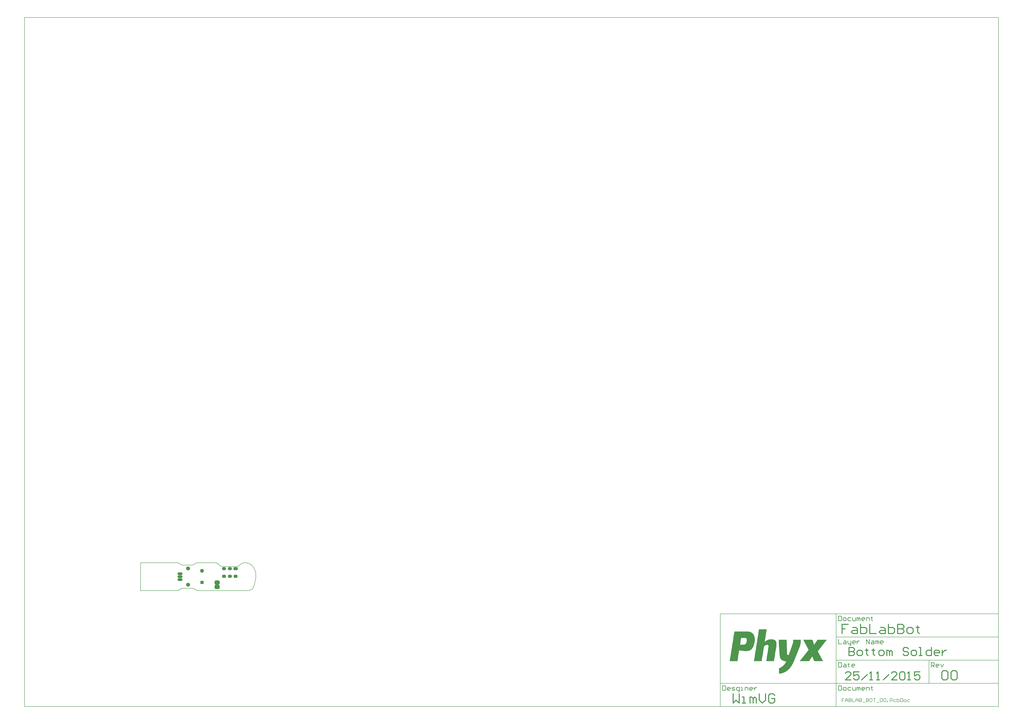
<source format=gbs>
G04 Layer_Color=16711935*
%FSLAX25Y25*%
%MOIN*%
G70*
G01*
G75*
%ADD12C,0.01575*%
%ADD13C,0.00787*%
%ADD14C,0.00984*%
%ADD26C,0.06706*%
G04:AMPARAMS|DCode=27|XSize=57.21mil|YSize=57.21mil|CornerRadius=16.3mil|HoleSize=0mil|Usage=FLASHONLY|Rotation=90.000|XOffset=0mil|YOffset=0mil|HoleType=Round|Shape=RoundedRectangle|*
%AMROUNDEDRECTD27*
21,1,0.05721,0.02461,0,0,90.0*
21,1,0.02461,0.05721,0,0,90.0*
1,1,0.03261,0.01230,0.01230*
1,1,0.03261,0.01230,-0.01230*
1,1,0.03261,-0.01230,-0.01230*
1,1,0.03261,-0.01230,0.01230*
%
%ADD27ROUNDEDRECTD27*%
%ADD28R,0.05721X0.05721*%
%ADD29O,0.08674X0.04737*%
%ADD30O,0.08674X0.04737*%
G04:AMPARAMS|DCode=31|XSize=86.74mil|YSize=70.99mil|CornerRadius=19.75mil|HoleSize=0mil|Usage=FLASHONLY|Rotation=180.000|XOffset=0mil|YOffset=0mil|HoleType=Round|Shape=RoundedRectangle|*
%AMROUNDEDRECTD31*
21,1,0.08674,0.03150,0,0,180.0*
21,1,0.04724,0.07099,0,0,180.0*
1,1,0.03950,-0.02362,0.01575*
1,1,0.03950,0.02362,0.01575*
1,1,0.03950,0.02362,-0.01575*
1,1,0.03950,-0.02362,-0.01575*
%
%ADD31ROUNDEDRECTD31*%
%ADD32O,0.07099X0.05524*%
G04:AMPARAMS|DCode=33|XSize=70.99mil|YSize=55.24mil|CornerRadius=15.81mil|HoleSize=0mil|Usage=FLASHONLY|Rotation=180.000|XOffset=0mil|YOffset=0mil|HoleType=Round|Shape=RoundedRectangle|*
%AMROUNDEDRECTD33*
21,1,0.07099,0.02362,0,0,180.0*
21,1,0.03937,0.05524,0,0,180.0*
1,1,0.03162,-0.01969,0.01181*
1,1,0.03162,0.01969,0.01181*
1,1,0.03162,0.01969,-0.01181*
1,1,0.03162,-0.01969,-0.01181*
%
%ADD33ROUNDEDRECTD33*%
G36*
X1121080Y-83717D02*
Y-84003D01*
Y-84290D01*
Y-84576D01*
Y-84862D01*
Y-85149D01*
Y-85435D01*
Y-85721D01*
Y-86007D01*
Y-86294D01*
Y-86580D01*
Y-86866D01*
Y-87153D01*
Y-87439D01*
Y-87725D01*
Y-88012D01*
Y-88298D01*
Y-88584D01*
Y-88871D01*
Y-89157D01*
Y-89443D01*
X1120793D01*
Y-89730D01*
Y-90016D01*
Y-90302D01*
Y-90588D01*
Y-90875D01*
X1120507D01*
Y-91161D01*
Y-91448D01*
Y-91734D01*
Y-92020D01*
X1120221D01*
Y-92306D01*
Y-92593D01*
Y-92879D01*
Y-93165D01*
X1119934D01*
Y-93452D01*
Y-93738D01*
Y-94024D01*
X1119648D01*
Y-94311D01*
Y-94597D01*
Y-94883D01*
X1119362D01*
Y-95170D01*
Y-95456D01*
Y-95742D01*
X1119075D01*
Y-96029D01*
Y-96315D01*
Y-96601D01*
X1118789D01*
Y-96887D01*
Y-97174D01*
X1118503D01*
Y-97460D01*
Y-97746D01*
X1118217D01*
Y-98033D01*
Y-98319D01*
Y-98605D01*
X1117930D01*
Y-98892D01*
Y-99178D01*
X1117644D01*
Y-99464D01*
Y-99751D01*
Y-100037D01*
X1117358D01*
Y-100323D01*
Y-100610D01*
X1117071D01*
Y-100896D01*
Y-101182D01*
Y-101468D01*
X1116785D01*
Y-101755D01*
Y-102041D01*
X1116499D01*
Y-102327D01*
Y-102614D01*
Y-102900D01*
X1116212D01*
Y-103186D01*
Y-103473D01*
X1115926D01*
Y-103759D01*
Y-104045D01*
Y-104332D01*
X1115640D01*
Y-104618D01*
Y-104904D01*
X1115353D01*
Y-105191D01*
Y-105477D01*
Y-105763D01*
X1115067D01*
Y-106049D01*
Y-106336D01*
X1114781D01*
Y-106622D01*
Y-106908D01*
Y-107195D01*
X1114494D01*
Y-107481D01*
Y-107767D01*
X1114208D01*
Y-108054D01*
Y-108340D01*
Y-108626D01*
X1113922D01*
Y-108913D01*
Y-109199D01*
X1113636D01*
Y-109485D01*
Y-109772D01*
Y-110058D01*
X1113349D01*
Y-110344D01*
Y-110630D01*
X1113063D01*
Y-110917D01*
Y-111203D01*
Y-111489D01*
X1112776D01*
Y-111776D01*
Y-112062D01*
X1112490D01*
Y-112348D01*
Y-112635D01*
Y-112921D01*
X1112204D01*
Y-113207D01*
Y-113494D01*
X1111918D01*
Y-113780D01*
Y-114066D01*
Y-114353D01*
X1111631D01*
Y-114639D01*
Y-114925D01*
X1111345D01*
Y-115211D01*
Y-115498D01*
Y-115784D01*
X1111059D01*
Y-116070D01*
Y-116357D01*
X1110772D01*
Y-116643D01*
Y-116929D01*
Y-117216D01*
X1110486D01*
Y-117502D01*
Y-117788D01*
X1110200D01*
Y-118075D01*
Y-118361D01*
Y-118647D01*
X1109913D01*
Y-118933D01*
Y-119220D01*
X1109627D01*
Y-119506D01*
Y-119792D01*
Y-120079D01*
X1109341D01*
Y-120365D01*
Y-120651D01*
X1109054D01*
Y-120938D01*
Y-121224D01*
X1108768D01*
Y-121510D01*
Y-121797D01*
X1108482D01*
Y-122083D01*
Y-122369D01*
Y-122656D01*
X1108195D01*
Y-122942D01*
X1107909D01*
Y-123228D01*
Y-123514D01*
Y-123801D01*
X1107623D01*
Y-124087D01*
X1107337D01*
Y-124373D01*
Y-124660D01*
X1107050D01*
Y-124946D01*
Y-125232D01*
X1106764D01*
Y-125519D01*
Y-125805D01*
X1106478D01*
Y-126091D01*
Y-126378D01*
X1106191D01*
Y-126664D01*
X1105905D01*
Y-126950D01*
Y-127237D01*
X1105619D01*
Y-127523D01*
Y-127809D01*
X1105332D01*
Y-128095D01*
X1105046D01*
Y-128382D01*
X1104760D01*
Y-128668D01*
Y-128954D01*
X1104473D01*
Y-129241D01*
X1104187D01*
Y-129527D01*
Y-129813D01*
X1103901D01*
Y-130100D01*
X1103615D01*
Y-130386D01*
X1103328D01*
Y-130672D01*
Y-130959D01*
X1103042D01*
Y-131245D01*
X1102756D01*
Y-131531D01*
X1102469D01*
Y-131818D01*
X1102183D01*
Y-132104D01*
X1101897D01*
Y-132390D01*
Y-132676D01*
X1101610D01*
Y-132963D01*
X1101324D01*
Y-133249D01*
X1101038D01*
Y-133535D01*
X1100751D01*
Y-133822D01*
X1100465D01*
Y-134108D01*
X1100179D01*
Y-134394D01*
X1099892D01*
Y-134681D01*
X1099320D01*
Y-134967D01*
X1099034D01*
Y-135253D01*
X1098747D01*
Y-135540D01*
X1098461D01*
Y-135826D01*
X1098175D01*
Y-136112D01*
X1097602D01*
Y-136399D01*
X1097316D01*
Y-136685D01*
X1096743D01*
Y-136971D01*
X1096457D01*
Y-137258D01*
X1095884D01*
Y-137544D01*
X1095598D01*
Y-137830D01*
X1095025D01*
Y-138117D01*
X1094452D01*
Y-138403D01*
X1093880D01*
Y-138689D01*
X1093307D01*
Y-138975D01*
X1092735D01*
Y-139262D01*
X1091876D01*
Y-139548D01*
X1091303D01*
Y-139834D01*
X1090444D01*
Y-140121D01*
X1089299D01*
Y-140407D01*
X1088154D01*
Y-140693D01*
X1086436D01*
Y-140980D01*
X1084432D01*
Y-141266D01*
X1084145D01*
Y-140980D01*
Y-140693D01*
Y-140407D01*
Y-140121D01*
Y-139834D01*
Y-139548D01*
Y-139262D01*
Y-138975D01*
Y-138689D01*
Y-138403D01*
Y-138117D01*
Y-137830D01*
Y-137544D01*
Y-137258D01*
Y-136971D01*
Y-136685D01*
Y-136399D01*
Y-136112D01*
Y-135826D01*
Y-135540D01*
Y-135253D01*
Y-134967D01*
Y-134681D01*
Y-134394D01*
Y-134108D01*
Y-133822D01*
Y-133535D01*
Y-133249D01*
Y-132963D01*
Y-132676D01*
Y-132390D01*
Y-132104D01*
Y-131818D01*
X1084718D01*
Y-131531D01*
X1085291D01*
Y-131245D01*
X1085863D01*
Y-130959D01*
X1086436D01*
Y-130672D01*
X1087008D01*
Y-130386D01*
X1087581D01*
Y-130100D01*
X1087867D01*
Y-129813D01*
X1088440D01*
Y-129527D01*
X1088726D01*
Y-129241D01*
X1089299D01*
Y-128954D01*
X1089585D01*
Y-128668D01*
X1089872D01*
Y-128382D01*
X1090444D01*
Y-128095D01*
X1090730D01*
Y-127809D01*
X1091017D01*
Y-127523D01*
X1091303D01*
Y-127237D01*
X1091589D01*
Y-126950D01*
X1091876D01*
Y-126664D01*
X1092162D01*
Y-126378D01*
X1092448D01*
Y-126091D01*
X1092735D01*
Y-125805D01*
X1093021D01*
Y-125519D01*
X1093307D01*
Y-125232D01*
X1093594D01*
Y-124946D01*
Y-124660D01*
X1093880D01*
Y-124373D01*
X1094166D01*
Y-124087D01*
X1094452D01*
Y-123801D01*
Y-123514D01*
X1094739D01*
Y-123228D01*
X1095025D01*
Y-122942D01*
Y-122656D01*
X1095311D01*
Y-122369D01*
Y-122083D01*
X1095598D01*
Y-121797D01*
X1095884D01*
Y-121510D01*
Y-121224D01*
X1096170D01*
Y-120938D01*
Y-120651D01*
X1096457D01*
Y-120365D01*
Y-120079D01*
X1094739D01*
Y-119792D01*
X1092735D01*
Y-119506D01*
X1091589D01*
Y-119220D01*
X1091017D01*
Y-118933D01*
X1090158D01*
Y-118647D01*
X1089585D01*
Y-118361D01*
X1089299D01*
Y-118075D01*
X1088726D01*
Y-117788D01*
X1088440D01*
Y-117502D01*
X1088154D01*
Y-117216D01*
X1087867D01*
Y-116929D01*
X1087581D01*
Y-116643D01*
X1087295D01*
Y-116357D01*
Y-116070D01*
X1087008D01*
Y-115784D01*
X1086722D01*
Y-115498D01*
Y-115211D01*
X1086436D01*
Y-114925D01*
Y-114639D01*
X1086149D01*
Y-114353D01*
Y-114066D01*
X1085863D01*
Y-113780D01*
Y-113494D01*
Y-113207D01*
X1085577D01*
Y-112921D01*
Y-112635D01*
Y-112348D01*
Y-112062D01*
X1085291D01*
Y-111776D01*
Y-111489D01*
Y-111203D01*
Y-110917D01*
Y-110630D01*
Y-110344D01*
Y-110058D01*
X1085004D01*
Y-109772D01*
Y-109485D01*
Y-109199D01*
Y-108913D01*
Y-108626D01*
Y-108340D01*
Y-108054D01*
Y-107767D01*
Y-107481D01*
Y-107195D01*
Y-106908D01*
Y-106622D01*
Y-106336D01*
Y-106049D01*
Y-105763D01*
X1084718D01*
Y-105477D01*
Y-105191D01*
Y-104904D01*
Y-104618D01*
Y-104332D01*
Y-104045D01*
Y-103759D01*
Y-103473D01*
Y-103186D01*
Y-102900D01*
Y-102614D01*
Y-102327D01*
Y-102041D01*
Y-101755D01*
Y-101468D01*
X1084432D01*
Y-101182D01*
Y-100896D01*
Y-100610D01*
Y-100323D01*
Y-100037D01*
Y-99751D01*
Y-99464D01*
Y-99178D01*
Y-98892D01*
Y-98605D01*
Y-98319D01*
Y-98033D01*
Y-97746D01*
Y-97460D01*
Y-97174D01*
Y-96887D01*
X1084145D01*
Y-96601D01*
Y-96315D01*
Y-96029D01*
Y-95742D01*
Y-95456D01*
Y-95170D01*
Y-94883D01*
Y-94597D01*
Y-94311D01*
Y-94024D01*
Y-93738D01*
Y-93452D01*
Y-93165D01*
Y-92879D01*
Y-92593D01*
Y-92306D01*
X1083859D01*
Y-92020D01*
Y-91734D01*
Y-91448D01*
Y-91161D01*
Y-90875D01*
Y-90588D01*
Y-90302D01*
Y-90016D01*
Y-89730D01*
Y-89443D01*
Y-89157D01*
Y-88871D01*
Y-88584D01*
Y-88298D01*
X1083573D01*
Y-88012D01*
Y-87725D01*
Y-87439D01*
Y-87153D01*
Y-86866D01*
Y-86580D01*
Y-86294D01*
Y-86007D01*
Y-85721D01*
Y-85435D01*
Y-85149D01*
Y-84862D01*
Y-84576D01*
Y-84290D01*
Y-84003D01*
Y-83717D01*
X1083286D01*
Y-83431D01*
X1097029D01*
Y-83717D01*
Y-84003D01*
Y-84290D01*
Y-84576D01*
Y-84862D01*
Y-85149D01*
Y-85435D01*
Y-85721D01*
Y-86007D01*
Y-86294D01*
Y-86580D01*
Y-86866D01*
Y-87153D01*
Y-87439D01*
X1097316D01*
Y-87725D01*
Y-88012D01*
Y-88298D01*
Y-88584D01*
Y-88871D01*
Y-89157D01*
Y-89443D01*
Y-89730D01*
Y-90016D01*
Y-90302D01*
Y-90588D01*
Y-90875D01*
Y-91161D01*
Y-91448D01*
Y-91734D01*
Y-92020D01*
Y-92306D01*
Y-92593D01*
Y-92879D01*
Y-93165D01*
Y-93452D01*
Y-93738D01*
Y-94024D01*
Y-94311D01*
Y-94597D01*
Y-94883D01*
Y-95170D01*
Y-95456D01*
Y-95742D01*
Y-96029D01*
Y-96315D01*
Y-96601D01*
Y-96887D01*
Y-97174D01*
Y-97460D01*
Y-97746D01*
Y-98033D01*
Y-98319D01*
Y-98605D01*
Y-98892D01*
Y-99178D01*
X1097602D01*
Y-99464D01*
X1097316D01*
Y-99751D01*
Y-100037D01*
X1097602D01*
Y-100323D01*
Y-100610D01*
Y-100896D01*
Y-101182D01*
Y-101468D01*
Y-101755D01*
Y-102041D01*
Y-102327D01*
Y-102614D01*
Y-102900D01*
Y-103186D01*
Y-103473D01*
Y-103759D01*
Y-104045D01*
Y-104332D01*
Y-104618D01*
Y-104904D01*
Y-105191D01*
Y-105477D01*
Y-105763D01*
Y-106049D01*
Y-106336D01*
Y-106622D01*
Y-106908D01*
Y-107195D01*
Y-107481D01*
X1097888D01*
Y-107767D01*
Y-108054D01*
Y-108340D01*
X1098175D01*
Y-108626D01*
X1098461D01*
Y-108913D01*
X1098747D01*
Y-109199D01*
X1099606D01*
Y-109485D01*
X1100465D01*
Y-109199D01*
X1100751D01*
Y-108913D01*
Y-108626D01*
Y-108340D01*
X1101038D01*
Y-108054D01*
Y-107767D01*
X1101324D01*
Y-107481D01*
Y-107195D01*
Y-106908D01*
X1101610D01*
Y-106622D01*
Y-106336D01*
Y-106049D01*
X1101897D01*
Y-105763D01*
Y-105477D01*
Y-105191D01*
X1102183D01*
Y-104904D01*
Y-104618D01*
Y-104332D01*
X1102469D01*
Y-104045D01*
Y-103759D01*
X1102756D01*
Y-103473D01*
Y-103186D01*
Y-102900D01*
X1103042D01*
Y-102614D01*
Y-102327D01*
Y-102041D01*
X1103328D01*
Y-101755D01*
Y-101468D01*
Y-101182D01*
X1103615D01*
Y-100896D01*
Y-100610D01*
X1103901D01*
Y-100323D01*
Y-100037D01*
Y-99751D01*
X1104187D01*
Y-99464D01*
Y-99178D01*
Y-98892D01*
X1104473D01*
Y-98605D01*
Y-98319D01*
Y-98033D01*
X1104760D01*
Y-97746D01*
Y-97460D01*
X1105046D01*
Y-97174D01*
Y-96887D01*
Y-96601D01*
X1105332D01*
Y-96315D01*
Y-96029D01*
Y-95742D01*
X1105619D01*
Y-95456D01*
Y-95170D01*
Y-94883D01*
X1105905D01*
Y-94597D01*
Y-94311D01*
X1106191D01*
Y-94024D01*
Y-93738D01*
Y-93452D01*
X1106478D01*
Y-93165D01*
Y-92879D01*
Y-92593D01*
X1106764D01*
Y-92306D01*
Y-92020D01*
Y-91734D01*
X1107050D01*
Y-91448D01*
Y-91161D01*
Y-90875D01*
Y-90588D01*
X1107337D01*
Y-90302D01*
Y-90016D01*
Y-89730D01*
Y-89443D01*
X1107623D01*
Y-89157D01*
Y-88871D01*
Y-88584D01*
Y-88298D01*
Y-88012D01*
X1107909D01*
Y-87725D01*
Y-87439D01*
Y-87153D01*
Y-86866D01*
Y-86580D01*
Y-86294D01*
X1108195D01*
Y-86007D01*
Y-85721D01*
Y-85435D01*
Y-85149D01*
Y-84862D01*
Y-84576D01*
Y-84290D01*
Y-84003D01*
Y-83717D01*
Y-83431D01*
X1121080D01*
Y-83717D01*
D02*
G37*
G36*
X1063244Y-66252D02*
Y-66538D01*
X1062958D01*
Y-66825D01*
Y-67111D01*
Y-67397D01*
Y-67684D01*
Y-67970D01*
Y-68256D01*
X1062672D01*
Y-68542D01*
Y-68829D01*
Y-69115D01*
Y-69401D01*
Y-69688D01*
Y-69974D01*
X1062385D01*
Y-70260D01*
Y-70547D01*
Y-70833D01*
Y-71119D01*
Y-71406D01*
Y-71692D01*
Y-71978D01*
X1062099D01*
Y-72264D01*
Y-72551D01*
Y-72837D01*
Y-73123D01*
Y-73410D01*
Y-73696D01*
X1061813D01*
Y-73982D01*
Y-74269D01*
Y-74555D01*
Y-74841D01*
Y-75128D01*
Y-75414D01*
X1061526D01*
Y-75700D01*
Y-75987D01*
Y-76273D01*
Y-76559D01*
Y-76846D01*
Y-77132D01*
Y-77418D01*
X1061240D01*
Y-77704D01*
Y-77991D01*
Y-78277D01*
Y-78563D01*
Y-78850D01*
Y-79136D01*
X1060954D01*
Y-79422D01*
Y-79709D01*
Y-79995D01*
Y-80281D01*
Y-80568D01*
Y-80854D01*
X1060668D01*
Y-81140D01*
Y-81427D01*
Y-81713D01*
Y-81999D01*
Y-82285D01*
Y-82572D01*
X1060381D01*
Y-82858D01*
Y-83144D01*
Y-83431D01*
Y-83717D01*
Y-84003D01*
Y-84290D01*
Y-84576D01*
X1060095D01*
Y-84862D01*
Y-85149D01*
Y-85435D01*
Y-85721D01*
Y-86007D01*
Y-86294D01*
X1059809D01*
Y-86580D01*
Y-86866D01*
X1060381D01*
Y-86580D01*
X1060668D01*
Y-86294D01*
X1060954D01*
Y-86007D01*
X1061526D01*
Y-85721D01*
X1061813D01*
Y-85435D01*
X1062099D01*
Y-85149D01*
X1062672D01*
Y-84862D01*
X1063244D01*
Y-84576D01*
X1063531D01*
Y-84290D01*
X1064103D01*
Y-84003D01*
X1064962D01*
Y-83717D01*
X1065535D01*
Y-83431D01*
X1066394D01*
Y-83144D01*
X1067825D01*
Y-82858D01*
X1074124D01*
Y-83144D01*
X1075270D01*
Y-83431D01*
X1076128D01*
Y-83717D01*
X1076701D01*
Y-84003D01*
X1076987D01*
Y-84290D01*
X1077560D01*
Y-84576D01*
X1077846D01*
Y-84862D01*
X1078133D01*
Y-85149D01*
X1078419D01*
Y-85435D01*
X1078705D01*
Y-85721D01*
Y-86007D01*
X1078992D01*
Y-86294D01*
Y-86580D01*
X1079278D01*
Y-86866D01*
Y-87153D01*
Y-87439D01*
X1079564D01*
Y-87725D01*
Y-88012D01*
Y-88298D01*
Y-88584D01*
X1079850D01*
Y-88871D01*
Y-89157D01*
Y-89443D01*
Y-89730D01*
Y-90016D01*
Y-90302D01*
Y-90588D01*
Y-90875D01*
Y-91161D01*
Y-91448D01*
Y-91734D01*
Y-92020D01*
Y-92306D01*
Y-92593D01*
Y-92879D01*
Y-93165D01*
Y-93452D01*
Y-93738D01*
X1079564D01*
Y-94024D01*
Y-94311D01*
Y-94597D01*
Y-94883D01*
Y-95170D01*
Y-95456D01*
Y-95742D01*
X1079278D01*
Y-96029D01*
Y-96315D01*
Y-96601D01*
Y-96887D01*
Y-97174D01*
Y-97460D01*
Y-97746D01*
X1078992D01*
Y-98033D01*
Y-98319D01*
Y-98605D01*
Y-98892D01*
Y-99178D01*
Y-99464D01*
X1078705D01*
Y-99751D01*
Y-100037D01*
Y-100323D01*
Y-100610D01*
Y-100896D01*
Y-101182D01*
X1078419D01*
Y-101468D01*
Y-101755D01*
Y-102041D01*
Y-102327D01*
Y-102614D01*
Y-102900D01*
X1078133D01*
Y-103186D01*
Y-103473D01*
Y-103759D01*
Y-104045D01*
Y-104332D01*
Y-104618D01*
Y-104904D01*
X1077846D01*
Y-105191D01*
Y-105477D01*
Y-105763D01*
Y-106049D01*
Y-106336D01*
Y-106622D01*
X1077560D01*
Y-106908D01*
Y-107195D01*
Y-107481D01*
Y-107767D01*
Y-108054D01*
Y-108340D01*
X1077274D01*
Y-108626D01*
Y-108913D01*
Y-109199D01*
Y-109485D01*
Y-109772D01*
Y-110058D01*
Y-110344D01*
X1076987D01*
Y-110630D01*
Y-110917D01*
Y-111203D01*
Y-111489D01*
Y-111776D01*
Y-112062D01*
X1076701D01*
Y-112348D01*
Y-112635D01*
Y-112921D01*
Y-113207D01*
Y-113494D01*
Y-113780D01*
X1076415D01*
Y-114066D01*
Y-114353D01*
Y-114639D01*
Y-114925D01*
Y-115211D01*
Y-115498D01*
X1076128D01*
Y-115784D01*
Y-116070D01*
Y-116357D01*
Y-116643D01*
Y-116929D01*
Y-117216D01*
Y-117502D01*
X1075842D01*
Y-117788D01*
Y-118075D01*
Y-118361D01*
Y-118647D01*
Y-118933D01*
Y-119220D01*
X1075556D01*
Y-119506D01*
Y-119792D01*
X1062385D01*
Y-119506D01*
Y-119220D01*
X1062672D01*
Y-118933D01*
Y-118647D01*
Y-118361D01*
Y-118075D01*
Y-117788D01*
Y-117502D01*
X1062958D01*
Y-117216D01*
Y-116929D01*
Y-116643D01*
Y-116357D01*
Y-116070D01*
Y-115784D01*
Y-115498D01*
X1063244D01*
Y-115211D01*
Y-114925D01*
Y-114639D01*
Y-114353D01*
Y-114066D01*
Y-113780D01*
X1063531D01*
Y-113494D01*
Y-113207D01*
Y-112921D01*
Y-112635D01*
Y-112348D01*
Y-112062D01*
X1063817D01*
Y-111776D01*
Y-111489D01*
Y-111203D01*
Y-110917D01*
Y-110630D01*
Y-110344D01*
Y-110058D01*
X1064103D01*
Y-109772D01*
Y-109485D01*
Y-109199D01*
Y-108913D01*
Y-108626D01*
Y-108340D01*
X1064390D01*
Y-108054D01*
Y-107767D01*
Y-107481D01*
Y-107195D01*
Y-106908D01*
Y-106622D01*
Y-106336D01*
X1064676D01*
Y-106049D01*
Y-105763D01*
Y-105477D01*
Y-105191D01*
Y-104904D01*
Y-104618D01*
X1064962D01*
Y-104332D01*
Y-104045D01*
Y-103759D01*
Y-103473D01*
Y-103186D01*
Y-102900D01*
X1065249D01*
Y-102614D01*
Y-102327D01*
Y-102041D01*
Y-101755D01*
Y-101468D01*
Y-101182D01*
X1065535D01*
Y-100896D01*
Y-100610D01*
Y-100323D01*
Y-100037D01*
Y-99751D01*
Y-99464D01*
Y-99178D01*
X1065821D01*
Y-98892D01*
Y-98605D01*
Y-98319D01*
Y-98033D01*
Y-97746D01*
Y-97460D01*
X1066107D01*
Y-97174D01*
Y-96887D01*
Y-96601D01*
Y-96315D01*
Y-96029D01*
Y-95742D01*
Y-95456D01*
X1066394D01*
Y-95170D01*
Y-94883D01*
Y-94597D01*
Y-94311D01*
Y-94024D01*
Y-93738D01*
X1066107D01*
Y-93452D01*
Y-93165D01*
X1065821D01*
Y-92879D01*
X1065535D01*
Y-92593D01*
X1064962D01*
Y-92306D01*
X1063244D01*
Y-92593D01*
X1061813D01*
Y-92879D01*
X1060954D01*
Y-93165D01*
X1060381D01*
Y-93452D01*
X1060095D01*
Y-93738D01*
X1059522D01*
Y-94024D01*
X1059236D01*
Y-94311D01*
X1058950D01*
Y-94597D01*
Y-94883D01*
X1058663D01*
Y-95170D01*
Y-95456D01*
Y-95742D01*
X1058377D01*
Y-96029D01*
Y-96315D01*
Y-96601D01*
Y-96887D01*
Y-97174D01*
Y-97460D01*
X1058091D01*
Y-97746D01*
Y-98033D01*
Y-98319D01*
Y-98605D01*
Y-98892D01*
Y-99178D01*
Y-99464D01*
X1057804D01*
Y-99751D01*
Y-100037D01*
Y-100323D01*
Y-100610D01*
Y-100896D01*
Y-101182D01*
X1057518D01*
Y-101468D01*
Y-101755D01*
Y-102041D01*
Y-102327D01*
Y-102614D01*
Y-102900D01*
X1057232D01*
Y-103186D01*
Y-103473D01*
Y-103759D01*
Y-104045D01*
Y-104332D01*
Y-104618D01*
X1056946D01*
Y-104904D01*
Y-105191D01*
Y-105477D01*
Y-105763D01*
Y-106049D01*
Y-106336D01*
Y-106622D01*
X1056659D01*
Y-106908D01*
Y-107195D01*
Y-107481D01*
Y-107767D01*
Y-108054D01*
Y-108340D01*
X1056373D01*
Y-108626D01*
Y-108913D01*
Y-109199D01*
Y-109485D01*
Y-109772D01*
Y-110058D01*
X1056087D01*
Y-110344D01*
Y-110630D01*
Y-110917D01*
Y-111203D01*
Y-111489D01*
Y-111776D01*
Y-112062D01*
X1055800D01*
Y-112348D01*
Y-112635D01*
Y-112921D01*
Y-113207D01*
Y-113494D01*
Y-113780D01*
X1055514D01*
Y-114066D01*
Y-114353D01*
Y-114639D01*
Y-114925D01*
Y-115211D01*
Y-115498D01*
X1055228D01*
Y-115784D01*
Y-116070D01*
Y-116357D01*
Y-116643D01*
Y-116929D01*
Y-117216D01*
X1054941D01*
Y-117502D01*
Y-117788D01*
Y-118075D01*
Y-118361D01*
Y-118647D01*
Y-118933D01*
Y-119220D01*
X1054655D01*
Y-119506D01*
Y-119792D01*
X1041485D01*
Y-119506D01*
Y-119220D01*
X1041771D01*
Y-118933D01*
Y-118647D01*
Y-118361D01*
Y-118075D01*
Y-117788D01*
Y-117502D01*
Y-117216D01*
X1042057D01*
Y-116929D01*
Y-116643D01*
Y-116357D01*
Y-116070D01*
Y-115784D01*
Y-115498D01*
X1042344D01*
Y-115211D01*
Y-114925D01*
Y-114639D01*
Y-114353D01*
Y-114066D01*
Y-113780D01*
X1042630D01*
Y-113494D01*
Y-113207D01*
Y-112921D01*
Y-112635D01*
Y-112348D01*
Y-112062D01*
Y-111776D01*
X1042916D01*
Y-111489D01*
Y-111203D01*
Y-110917D01*
Y-110630D01*
Y-110344D01*
Y-110058D01*
X1043202D01*
Y-109772D01*
Y-109485D01*
Y-109199D01*
Y-108913D01*
Y-108626D01*
Y-108340D01*
X1043489D01*
Y-108054D01*
Y-107767D01*
Y-107481D01*
Y-107195D01*
Y-106908D01*
Y-106622D01*
X1043775D01*
Y-106336D01*
Y-106049D01*
Y-105763D01*
Y-105477D01*
Y-105191D01*
Y-104904D01*
Y-104618D01*
X1044061D01*
Y-104332D01*
Y-104045D01*
Y-103759D01*
Y-103473D01*
Y-103186D01*
Y-102900D01*
X1044348D01*
Y-102614D01*
Y-102327D01*
Y-102041D01*
Y-101755D01*
Y-101468D01*
Y-101182D01*
X1044634D01*
Y-100896D01*
Y-100610D01*
Y-100323D01*
Y-100037D01*
Y-99751D01*
Y-99464D01*
Y-99178D01*
X1044920D01*
Y-98892D01*
Y-98605D01*
Y-98319D01*
Y-98033D01*
Y-97746D01*
Y-97460D01*
X1045207D01*
Y-97174D01*
Y-96887D01*
Y-96601D01*
Y-96315D01*
Y-96029D01*
Y-95742D01*
X1045493D01*
Y-95456D01*
Y-95170D01*
Y-94883D01*
Y-94597D01*
Y-94311D01*
Y-94024D01*
X1045779D01*
Y-93738D01*
Y-93452D01*
Y-93165D01*
Y-92879D01*
Y-92593D01*
Y-92306D01*
Y-92020D01*
X1046066D01*
Y-91734D01*
Y-91448D01*
Y-91161D01*
Y-90875D01*
Y-90588D01*
Y-90302D01*
X1046352D01*
Y-90016D01*
Y-89730D01*
Y-89443D01*
Y-89157D01*
Y-88871D01*
Y-88584D01*
X1046638D01*
Y-88298D01*
Y-88012D01*
Y-87725D01*
Y-87439D01*
Y-87153D01*
Y-86866D01*
X1046925D01*
Y-86580D01*
Y-86294D01*
Y-86007D01*
Y-85721D01*
Y-85435D01*
Y-85149D01*
Y-84862D01*
X1047211D01*
Y-84576D01*
Y-84290D01*
Y-84003D01*
Y-83717D01*
Y-83431D01*
Y-83144D01*
X1047497D01*
Y-82858D01*
Y-82572D01*
Y-82285D01*
Y-81999D01*
Y-81713D01*
Y-81427D01*
X1047783D01*
Y-81140D01*
Y-80854D01*
Y-80568D01*
Y-80281D01*
Y-79995D01*
Y-79709D01*
Y-79422D01*
X1048070D01*
Y-79136D01*
Y-78850D01*
Y-78563D01*
Y-78277D01*
Y-77991D01*
Y-77704D01*
X1048356D01*
Y-77418D01*
Y-77132D01*
Y-76846D01*
Y-76559D01*
Y-76273D01*
Y-75987D01*
X1048642D01*
Y-75700D01*
Y-75414D01*
Y-75128D01*
Y-74841D01*
Y-74555D01*
Y-74269D01*
X1048929D01*
Y-73982D01*
Y-73696D01*
Y-73410D01*
Y-73123D01*
Y-72837D01*
Y-72551D01*
Y-72264D01*
X1049215D01*
Y-71978D01*
Y-71692D01*
Y-71406D01*
Y-71119D01*
Y-70833D01*
Y-70547D01*
X1049501D01*
Y-70260D01*
Y-69974D01*
Y-69688D01*
Y-69401D01*
Y-69115D01*
Y-68829D01*
X1049788D01*
Y-68542D01*
Y-68256D01*
Y-67970D01*
Y-67684D01*
Y-67397D01*
Y-67111D01*
Y-66825D01*
X1050074D01*
Y-66538D01*
Y-66252D01*
Y-65966D01*
X1063244D01*
Y-66252D01*
D02*
G37*
G36*
X1032036Y-69688D02*
X1033754D01*
Y-69974D01*
X1034613D01*
Y-70260D01*
X1035472D01*
Y-70547D01*
X1036331D01*
Y-70833D01*
X1036904D01*
Y-71119D01*
X1037190D01*
Y-71406D01*
X1037763D01*
Y-71692D01*
X1038049D01*
Y-71978D01*
X1038622D01*
Y-72264D01*
X1038908D01*
Y-72551D01*
X1039194D01*
Y-72837D01*
X1039480D01*
Y-73123D01*
X1039767D01*
Y-73410D01*
X1040053D01*
Y-73696D01*
X1040339D01*
Y-73982D01*
Y-74269D01*
X1040626D01*
Y-74555D01*
X1040912D01*
Y-74841D01*
Y-75128D01*
X1041198D01*
Y-75414D01*
X1041485D01*
Y-75700D01*
Y-75987D01*
X1041771D01*
Y-76273D01*
Y-76559D01*
Y-76846D01*
X1042057D01*
Y-77132D01*
Y-77418D01*
Y-77704D01*
X1042344D01*
Y-77991D01*
Y-78277D01*
Y-78563D01*
Y-78850D01*
X1042630D01*
Y-79136D01*
Y-79422D01*
Y-79709D01*
Y-79995D01*
Y-80281D01*
X1042916D01*
Y-80568D01*
Y-80854D01*
Y-81140D01*
Y-81427D01*
Y-81713D01*
Y-81999D01*
Y-82285D01*
Y-82572D01*
Y-82858D01*
Y-83144D01*
Y-83431D01*
Y-83717D01*
Y-84003D01*
Y-84290D01*
Y-84576D01*
Y-84862D01*
Y-85149D01*
Y-85435D01*
Y-85721D01*
Y-86007D01*
X1042630D01*
Y-86294D01*
Y-86580D01*
Y-86866D01*
Y-87153D01*
Y-87439D01*
Y-87725D01*
Y-88012D01*
X1042344D01*
Y-88298D01*
Y-88584D01*
Y-88871D01*
Y-89157D01*
Y-89443D01*
X1042057D01*
Y-89730D01*
Y-90016D01*
Y-90302D01*
Y-90588D01*
Y-90875D01*
X1041771D01*
Y-91161D01*
Y-91448D01*
Y-91734D01*
X1041485D01*
Y-92020D01*
Y-92306D01*
Y-92593D01*
Y-92879D01*
X1041198D01*
Y-93165D01*
Y-93452D01*
Y-93738D01*
X1040912D01*
Y-94024D01*
Y-94311D01*
X1040626D01*
Y-94597D01*
Y-94883D01*
Y-95170D01*
X1040339D01*
Y-95456D01*
Y-95742D01*
X1040053D01*
Y-96029D01*
Y-96315D01*
X1039767D01*
Y-96601D01*
Y-96887D01*
X1039480D01*
Y-97174D01*
X1039194D01*
Y-97460D01*
Y-97746D01*
X1038908D01*
Y-98033D01*
X1038622D01*
Y-98319D01*
X1038335D01*
Y-98605D01*
Y-98892D01*
X1038049D01*
Y-99178D01*
X1037763D01*
Y-99464D01*
X1037476D01*
Y-99751D01*
X1037190D01*
Y-100037D01*
X1036904D01*
Y-100323D01*
X1036331D01*
Y-100610D01*
X1036045D01*
Y-100896D01*
X1035472D01*
Y-101182D01*
X1035186D01*
Y-101468D01*
X1034613D01*
Y-101755D01*
X1033754D01*
Y-102041D01*
X1032895D01*
Y-102327D01*
X1032036D01*
Y-102614D01*
X1030318D01*
Y-102900D01*
X1025165D01*
Y-102614D01*
X1022588D01*
Y-102327D01*
X1020584D01*
Y-102041D01*
X1019152D01*
Y-101755D01*
X1017721D01*
Y-101468D01*
X1016289D01*
Y-101755D01*
Y-102041D01*
Y-102327D01*
Y-102614D01*
Y-102900D01*
Y-103186D01*
Y-103473D01*
X1016003D01*
Y-103759D01*
Y-104045D01*
Y-104332D01*
Y-104618D01*
Y-104904D01*
Y-105191D01*
X1015716D01*
Y-105477D01*
Y-105763D01*
Y-106049D01*
Y-106336D01*
Y-106622D01*
Y-106908D01*
X1015430D01*
Y-107195D01*
Y-107481D01*
Y-107767D01*
Y-108054D01*
Y-108340D01*
Y-108626D01*
Y-108913D01*
X1015144D01*
Y-109199D01*
Y-109485D01*
Y-109772D01*
Y-110058D01*
Y-110344D01*
Y-110630D01*
X1014857D01*
Y-110917D01*
Y-111203D01*
Y-111489D01*
Y-111776D01*
Y-112062D01*
Y-112348D01*
X1014571D01*
Y-112635D01*
Y-112921D01*
Y-113207D01*
Y-113494D01*
Y-113780D01*
Y-114066D01*
Y-114353D01*
X1014285D01*
Y-114639D01*
Y-114925D01*
Y-115211D01*
Y-115498D01*
Y-115784D01*
Y-116070D01*
X1013999D01*
Y-116357D01*
Y-116643D01*
Y-116929D01*
Y-117216D01*
Y-117502D01*
Y-117788D01*
X1013712D01*
Y-118075D01*
Y-118361D01*
Y-118647D01*
Y-118933D01*
Y-119220D01*
Y-119506D01*
Y-119792D01*
X1000256D01*
Y-119506D01*
X1000542D01*
Y-119220D01*
Y-118933D01*
Y-118647D01*
Y-118361D01*
Y-118075D01*
X1000828D01*
Y-117788D01*
Y-117502D01*
Y-117216D01*
Y-116929D01*
Y-116643D01*
Y-116357D01*
Y-116070D01*
X1001114D01*
Y-115784D01*
Y-115498D01*
Y-115211D01*
Y-114925D01*
Y-114639D01*
Y-114353D01*
X1001401D01*
Y-114066D01*
Y-113780D01*
Y-113494D01*
Y-113207D01*
Y-112921D01*
Y-112635D01*
X1001687D01*
Y-112348D01*
Y-112062D01*
Y-111776D01*
Y-111489D01*
Y-111203D01*
Y-110917D01*
Y-110630D01*
X1001974D01*
Y-110344D01*
Y-110058D01*
Y-109772D01*
Y-109485D01*
Y-109199D01*
Y-108913D01*
X1002260D01*
Y-108626D01*
Y-108340D01*
Y-108054D01*
Y-107767D01*
Y-107481D01*
Y-107195D01*
X1002546D01*
Y-106908D01*
Y-106622D01*
Y-106336D01*
Y-106049D01*
Y-105763D01*
Y-105477D01*
X1002832D01*
Y-105191D01*
Y-104904D01*
Y-104618D01*
Y-104332D01*
Y-104045D01*
Y-103759D01*
Y-103473D01*
X1003119D01*
Y-103186D01*
Y-102900D01*
Y-102614D01*
Y-102327D01*
Y-102041D01*
Y-101755D01*
X1003405D01*
Y-101468D01*
Y-101182D01*
Y-100896D01*
Y-100610D01*
Y-100323D01*
Y-100037D01*
X1003691D01*
Y-99751D01*
Y-99464D01*
Y-99178D01*
Y-98892D01*
Y-98605D01*
Y-98319D01*
X1003978D01*
Y-98033D01*
Y-97746D01*
Y-97460D01*
Y-97174D01*
Y-96887D01*
Y-96601D01*
Y-96315D01*
X1004264D01*
Y-96029D01*
Y-95742D01*
Y-95456D01*
Y-95170D01*
Y-94883D01*
Y-94597D01*
X1004550D01*
Y-94311D01*
Y-94024D01*
Y-93738D01*
Y-93452D01*
Y-93165D01*
Y-92879D01*
X1004837D01*
Y-92593D01*
Y-92306D01*
Y-92020D01*
Y-91734D01*
Y-91448D01*
Y-91161D01*
Y-90875D01*
X1005123D01*
Y-90588D01*
Y-90302D01*
Y-90016D01*
Y-89730D01*
Y-89443D01*
Y-89157D01*
X1005409D01*
Y-88871D01*
Y-88584D01*
Y-88298D01*
Y-88012D01*
Y-87725D01*
Y-87439D01*
X1005696D01*
Y-87153D01*
Y-86866D01*
Y-86580D01*
Y-86294D01*
Y-86007D01*
Y-85721D01*
X1005982D01*
Y-85435D01*
Y-85149D01*
Y-84862D01*
Y-84576D01*
Y-84290D01*
Y-84003D01*
Y-83717D01*
X1006268D01*
Y-83431D01*
Y-83144D01*
Y-82858D01*
Y-82572D01*
Y-82285D01*
Y-81999D01*
X1006555D01*
Y-81713D01*
Y-81427D01*
Y-81140D01*
Y-80854D01*
Y-80568D01*
Y-80281D01*
X1006841D01*
Y-79995D01*
Y-79709D01*
Y-79422D01*
Y-79136D01*
Y-78850D01*
Y-78563D01*
Y-78277D01*
X1007127D01*
Y-77991D01*
Y-77704D01*
Y-77418D01*
Y-77132D01*
Y-76846D01*
Y-76559D01*
X1007413D01*
Y-76273D01*
Y-75987D01*
Y-75700D01*
Y-75414D01*
Y-75128D01*
Y-74841D01*
X1007700D01*
Y-74555D01*
Y-74269D01*
Y-73982D01*
Y-73696D01*
Y-73410D01*
Y-73123D01*
Y-72837D01*
X1007986D01*
Y-72551D01*
Y-72264D01*
Y-71978D01*
Y-71692D01*
Y-71406D01*
Y-71119D01*
X1008272D01*
Y-70833D01*
Y-70547D01*
Y-70260D01*
Y-69974D01*
Y-69688D01*
Y-69401D01*
X1032036D01*
Y-69688D01*
D02*
G37*
G36*
X1165172Y-83717D02*
X1164886D01*
Y-84003D01*
X1164599D01*
Y-84290D01*
Y-84576D01*
X1164313D01*
Y-84862D01*
X1164027D01*
Y-85149D01*
X1163740D01*
Y-85435D01*
Y-85721D01*
X1163454D01*
Y-86007D01*
X1163168D01*
Y-86294D01*
X1162881D01*
Y-86580D01*
X1162595D01*
Y-86866D01*
Y-87153D01*
X1162309D01*
Y-87439D01*
X1162022D01*
Y-87725D01*
X1161736D01*
Y-88012D01*
Y-88298D01*
X1161450D01*
Y-88584D01*
X1161163D01*
Y-88871D01*
X1160877D01*
Y-89157D01*
X1160591D01*
Y-89443D01*
Y-89730D01*
X1160305D01*
Y-90016D01*
X1160018D01*
Y-90302D01*
X1159732D01*
Y-90588D01*
Y-90875D01*
X1159445D01*
Y-91161D01*
X1159159D01*
Y-91448D01*
X1158873D01*
Y-91734D01*
Y-92020D01*
X1158587D01*
Y-92306D01*
X1158300D01*
Y-92593D01*
X1158014D01*
Y-92879D01*
X1157728D01*
Y-93165D01*
Y-93452D01*
X1157441D01*
Y-93738D01*
X1157155D01*
Y-94024D01*
X1156869D01*
Y-94311D01*
Y-94597D01*
X1156582D01*
Y-94883D01*
X1156296D01*
Y-95170D01*
X1156010D01*
Y-95456D01*
Y-95742D01*
X1155723D01*
Y-96029D01*
X1155437D01*
Y-96315D01*
X1155151D01*
Y-96601D01*
X1154865D01*
Y-96887D01*
Y-97174D01*
X1154578D01*
Y-97460D01*
X1154292D01*
Y-97746D01*
X1154006D01*
Y-98033D01*
Y-98319D01*
X1153719D01*
Y-98605D01*
X1153433D01*
Y-98892D01*
X1153147D01*
Y-99178D01*
Y-99464D01*
X1152860D01*
Y-99751D01*
X1152574D01*
Y-100037D01*
X1152288D01*
Y-100323D01*
X1152001D01*
Y-100610D01*
Y-100896D01*
X1151715D01*
Y-101182D01*
X1151429D01*
Y-101468D01*
X1151142D01*
Y-101755D01*
Y-102041D01*
X1150856D01*
Y-102327D01*
X1150570D01*
Y-102614D01*
X1150284D01*
Y-102900D01*
X1149997D01*
Y-103186D01*
Y-103473D01*
X1150284D01*
Y-103759D01*
Y-104045D01*
X1150570D01*
Y-104332D01*
Y-104618D01*
X1150856D01*
Y-104904D01*
X1151142D01*
Y-105191D01*
Y-105477D01*
X1151429D01*
Y-105763D01*
Y-106049D01*
X1151715D01*
Y-106336D01*
Y-106622D01*
X1152001D01*
Y-106908D01*
Y-107195D01*
X1152288D01*
Y-107481D01*
Y-107767D01*
X1152574D01*
Y-108054D01*
Y-108340D01*
X1152860D01*
Y-108626D01*
Y-108913D01*
X1153147D01*
Y-109199D01*
Y-109485D01*
X1153433D01*
Y-109772D01*
X1153719D01*
Y-110058D01*
Y-110344D01*
X1154006D01*
Y-110630D01*
Y-110917D01*
X1154292D01*
Y-111203D01*
Y-111489D01*
X1154578D01*
Y-111776D01*
Y-112062D01*
X1154865D01*
Y-112348D01*
Y-112635D01*
X1155151D01*
Y-112921D01*
Y-113207D01*
X1155437D01*
Y-113494D01*
Y-113780D01*
X1155723D01*
Y-114066D01*
X1156010D01*
Y-114353D01*
Y-114639D01*
X1156296D01*
Y-114925D01*
Y-115211D01*
X1156582D01*
Y-115498D01*
Y-115784D01*
X1156869D01*
Y-116070D01*
Y-116357D01*
X1157155D01*
Y-116643D01*
Y-116929D01*
X1157441D01*
Y-117216D01*
Y-117502D01*
X1157728D01*
Y-117788D01*
Y-118075D01*
X1158014D01*
Y-118361D01*
X1158300D01*
Y-118647D01*
Y-118933D01*
X1158587D01*
Y-119220D01*
Y-119506D01*
X1158873D01*
Y-119792D01*
X1143698D01*
Y-119506D01*
X1143412D01*
Y-119220D01*
Y-118933D01*
Y-118647D01*
X1143126D01*
Y-118361D01*
Y-118075D01*
Y-117788D01*
X1142839D01*
Y-117502D01*
Y-117216D01*
X1142553D01*
Y-116929D01*
Y-116643D01*
Y-116357D01*
X1142267D01*
Y-116070D01*
Y-115784D01*
Y-115498D01*
X1141980D01*
Y-115211D01*
Y-114925D01*
X1141694D01*
Y-114639D01*
Y-114353D01*
Y-114066D01*
X1141408D01*
Y-113780D01*
Y-113494D01*
Y-113207D01*
X1141121D01*
Y-112921D01*
Y-112635D01*
Y-112348D01*
X1140835D01*
Y-112062D01*
X1140263D01*
Y-112348D01*
Y-112635D01*
X1139976D01*
Y-112921D01*
X1139690D01*
Y-113207D01*
Y-113494D01*
X1139404D01*
Y-113780D01*
X1139117D01*
Y-114066D01*
Y-114353D01*
X1138831D01*
Y-114639D01*
X1138545D01*
Y-114925D01*
Y-115211D01*
X1138258D01*
Y-115498D01*
X1137972D01*
Y-115784D01*
X1137686D01*
Y-116070D01*
Y-116357D01*
X1137399D01*
Y-116643D01*
X1137113D01*
Y-116929D01*
Y-117216D01*
X1136827D01*
Y-117502D01*
X1136541D01*
Y-117788D01*
Y-118075D01*
X1136254D01*
Y-118361D01*
X1135968D01*
Y-118647D01*
Y-118933D01*
X1135682D01*
Y-119220D01*
X1135395D01*
Y-119506D01*
Y-119792D01*
X1119362D01*
Y-119506D01*
X1119648D01*
Y-119220D01*
X1119934D01*
Y-118933D01*
X1120221D01*
Y-118647D01*
X1120507D01*
Y-118361D01*
Y-118075D01*
X1120793D01*
Y-117788D01*
X1121080D01*
Y-117502D01*
X1121366D01*
Y-117216D01*
X1121652D01*
Y-116929D01*
Y-116643D01*
X1121939D01*
Y-116357D01*
X1122225D01*
Y-116070D01*
X1122511D01*
Y-115784D01*
Y-115498D01*
X1122797D01*
Y-115211D01*
X1123084D01*
Y-114925D01*
X1123370D01*
Y-114639D01*
X1123656D01*
Y-114353D01*
Y-114066D01*
X1123943D01*
Y-113780D01*
X1124229D01*
Y-113494D01*
X1124515D01*
Y-113207D01*
X1124802D01*
Y-112921D01*
Y-112635D01*
X1125088D01*
Y-112348D01*
X1125374D01*
Y-112062D01*
X1125661D01*
Y-111776D01*
Y-111489D01*
X1125947D01*
Y-111203D01*
X1126233D01*
Y-110917D01*
X1126519D01*
Y-110630D01*
X1126806D01*
Y-110344D01*
Y-110058D01*
X1127092D01*
Y-109772D01*
X1127378D01*
Y-109485D01*
X1127665D01*
Y-109199D01*
Y-108913D01*
X1127951D01*
Y-108626D01*
X1128237D01*
Y-108340D01*
X1128524D01*
Y-108054D01*
X1128810D01*
Y-107767D01*
Y-107481D01*
X1129096D01*
Y-107195D01*
X1129383D01*
Y-106908D01*
X1129669D01*
Y-106622D01*
Y-106336D01*
X1129955D01*
Y-106049D01*
X1130242D01*
Y-105763D01*
X1130528D01*
Y-105477D01*
X1130814D01*
Y-105191D01*
Y-104904D01*
X1131100D01*
Y-104618D01*
X1131387D01*
Y-104332D01*
X1131673D01*
Y-104045D01*
X1131960D01*
Y-103759D01*
Y-103473D01*
X1132246D01*
Y-103186D01*
X1132532D01*
Y-102900D01*
X1132818D01*
Y-102614D01*
Y-102327D01*
X1133105D01*
Y-102041D01*
X1133391D01*
Y-101755D01*
X1133677D01*
Y-101468D01*
X1133964D01*
Y-101182D01*
Y-100896D01*
X1134250D01*
Y-100610D01*
Y-100323D01*
Y-100037D01*
X1133964D01*
Y-99751D01*
X1133677D01*
Y-99464D01*
Y-99178D01*
X1133391D01*
Y-98892D01*
Y-98605D01*
X1133105D01*
Y-98319D01*
Y-98033D01*
X1132818D01*
Y-97746D01*
Y-97460D01*
X1132532D01*
Y-97174D01*
Y-96887D01*
X1132246D01*
Y-96601D01*
Y-96315D01*
X1131960D01*
Y-96029D01*
X1131673D01*
Y-95742D01*
Y-95456D01*
X1131387D01*
Y-95170D01*
Y-94883D01*
X1131100D01*
Y-94597D01*
Y-94311D01*
X1130814D01*
Y-94024D01*
Y-93738D01*
X1130528D01*
Y-93452D01*
Y-93165D01*
X1130242D01*
Y-92879D01*
Y-92593D01*
X1129955D01*
Y-92306D01*
X1129669D01*
Y-92020D01*
Y-91734D01*
X1129383D01*
Y-91448D01*
Y-91161D01*
X1129096D01*
Y-90875D01*
Y-90588D01*
X1128810D01*
Y-90302D01*
Y-90016D01*
X1128524D01*
Y-89730D01*
Y-89443D01*
X1128237D01*
Y-89157D01*
Y-88871D01*
X1127951D01*
Y-88584D01*
Y-88298D01*
X1127665D01*
Y-88012D01*
X1127378D01*
Y-87725D01*
Y-87439D01*
X1127092D01*
Y-87153D01*
Y-86866D01*
X1126806D01*
Y-86580D01*
Y-86294D01*
X1126519D01*
Y-86007D01*
Y-85721D01*
X1126233D01*
Y-85435D01*
Y-85149D01*
X1125947D01*
Y-84862D01*
Y-84576D01*
X1125661D01*
Y-84290D01*
X1125374D01*
Y-84003D01*
Y-83717D01*
X1125088D01*
Y-83431D01*
X1140835D01*
Y-83717D01*
X1141121D01*
Y-84003D01*
Y-84290D01*
Y-84576D01*
X1141408D01*
Y-84862D01*
Y-85149D01*
Y-85435D01*
X1141694D01*
Y-85721D01*
Y-86007D01*
Y-86294D01*
X1141980D01*
Y-86580D01*
Y-86866D01*
Y-87153D01*
X1142267D01*
Y-87439D01*
Y-87725D01*
Y-88012D01*
X1142553D01*
Y-88298D01*
Y-88584D01*
Y-88871D01*
X1142839D01*
Y-89157D01*
Y-89443D01*
Y-89730D01*
X1143126D01*
Y-90016D01*
Y-90302D01*
Y-90588D01*
X1143412D01*
Y-90875D01*
Y-91161D01*
Y-91448D01*
Y-91734D01*
X1143985D01*
Y-91448D01*
X1144271D01*
Y-91161D01*
X1144557D01*
Y-90875D01*
Y-90588D01*
X1144844D01*
Y-90302D01*
X1145130D01*
Y-90016D01*
Y-89730D01*
X1145416D01*
Y-89443D01*
X1145702D01*
Y-89157D01*
Y-88871D01*
X1145989D01*
Y-88584D01*
X1146275D01*
Y-88298D01*
Y-88012D01*
X1146561D01*
Y-87725D01*
X1146848D01*
Y-87439D01*
Y-87153D01*
X1147134D01*
Y-86866D01*
X1147420D01*
Y-86580D01*
Y-86294D01*
X1147707D01*
Y-86007D01*
X1147993D01*
Y-85721D01*
Y-85435D01*
X1148279D01*
Y-85149D01*
X1148566D01*
Y-84862D01*
Y-84576D01*
X1148852D01*
Y-84290D01*
X1149138D01*
Y-84003D01*
Y-83717D01*
X1149425D01*
Y-83431D01*
X1165172D01*
Y-83717D01*
D02*
G37*
%LPC*%
G36*
X1027742Y-80568D02*
X1019725D01*
Y-80854D01*
Y-81140D01*
Y-81427D01*
Y-81713D01*
Y-81999D01*
X1019438D01*
Y-82285D01*
Y-82572D01*
Y-82858D01*
Y-83144D01*
Y-83431D01*
Y-83717D01*
X1019152D01*
Y-84003D01*
Y-84290D01*
Y-84576D01*
Y-84862D01*
Y-85149D01*
Y-85435D01*
X1018866D01*
Y-85721D01*
Y-86007D01*
Y-86294D01*
Y-86580D01*
Y-86866D01*
Y-87153D01*
X1018580D01*
Y-87439D01*
Y-87725D01*
Y-88012D01*
Y-88298D01*
Y-88584D01*
Y-88871D01*
Y-89157D01*
X1018293D01*
Y-89443D01*
Y-89730D01*
Y-90016D01*
Y-90302D01*
Y-90588D01*
Y-90875D01*
X1018007D01*
Y-91161D01*
Y-91448D01*
Y-91734D01*
X1025165D01*
Y-91448D01*
X1026310D01*
Y-91161D01*
X1026883D01*
Y-90875D01*
X1027169D01*
Y-90588D01*
X1027455D01*
Y-90302D01*
X1027742D01*
Y-90016D01*
X1028028D01*
Y-89730D01*
Y-89443D01*
X1028314D01*
Y-89157D01*
Y-88871D01*
X1028601D01*
Y-88584D01*
Y-88298D01*
X1028887D01*
Y-88012D01*
Y-87725D01*
Y-87439D01*
Y-87153D01*
X1029173D01*
Y-86866D01*
Y-86580D01*
Y-86294D01*
Y-86007D01*
Y-85721D01*
X1029459D01*
Y-85435D01*
Y-85149D01*
Y-84862D01*
Y-84576D01*
Y-84290D01*
Y-84003D01*
Y-83717D01*
Y-83431D01*
Y-83144D01*
Y-82858D01*
Y-82572D01*
X1029173D01*
Y-82285D01*
Y-81999D01*
X1028887D01*
Y-81713D01*
Y-81427D01*
X1028601D01*
Y-81140D01*
X1028314D01*
Y-80854D01*
X1027742D01*
Y-80568D01*
D02*
G37*
%LPD*%
D12*
X1202756Y-96461D02*
Y-110236D01*
X1209643D01*
X1211939Y-107940D01*
Y-105645D01*
X1209643Y-103349D01*
X1202756D01*
X1209643D01*
X1211939Y-101053D01*
Y-98757D01*
X1209643Y-96461D01*
X1202756D01*
X1218827Y-110236D02*
X1223419D01*
X1225714Y-107940D01*
Y-103349D01*
X1223419Y-101053D01*
X1218827D01*
X1216531Y-103349D01*
Y-107940D01*
X1218827Y-110236D01*
X1232602Y-98757D02*
Y-101053D01*
X1230306D01*
X1234898D01*
X1232602D01*
Y-107940D01*
X1234898Y-110236D01*
X1244081Y-98757D02*
Y-101053D01*
X1241785D01*
X1246377D01*
X1244081D01*
Y-107940D01*
X1246377Y-110236D01*
X1255560D02*
X1260152D01*
X1262448Y-107940D01*
Y-103349D01*
X1260152Y-101053D01*
X1255560D01*
X1253265Y-103349D01*
Y-107940D01*
X1255560Y-110236D01*
X1267040D02*
Y-101053D01*
X1269335D01*
X1271631Y-103349D01*
Y-110236D01*
Y-103349D01*
X1273927Y-101053D01*
X1276223Y-103349D01*
Y-110236D01*
X1303773Y-98757D02*
X1301477Y-96461D01*
X1296886D01*
X1294590Y-98757D01*
Y-101053D01*
X1296886Y-103349D01*
X1301477D01*
X1303773Y-105645D01*
Y-107940D01*
X1301477Y-110236D01*
X1296886D01*
X1294590Y-107940D01*
X1310661Y-110236D02*
X1315252D01*
X1317548Y-107940D01*
Y-103349D01*
X1315252Y-101053D01*
X1310661D01*
X1308365Y-103349D01*
Y-107940D01*
X1310661Y-110236D01*
X1322140D02*
X1326732D01*
X1324436D01*
Y-96461D01*
X1322140D01*
X1342803D02*
Y-110236D01*
X1335915D01*
X1333619Y-107940D01*
Y-103349D01*
X1335915Y-101053D01*
X1342803D01*
X1354282Y-110236D02*
X1349690D01*
X1347394Y-107940D01*
Y-103349D01*
X1349690Y-101053D01*
X1354282D01*
X1356578Y-103349D01*
Y-105645D01*
X1347394D01*
X1361169Y-101053D02*
Y-110236D01*
Y-105645D01*
X1363465Y-103349D01*
X1365761Y-101053D01*
X1368057D01*
X1005906Y-175202D02*
Y-190945D01*
X1011153Y-185697D01*
X1016401Y-190945D01*
Y-175202D01*
X1021649Y-190945D02*
X1026896D01*
X1024272D01*
Y-180450D01*
X1021649D01*
X1034768Y-190945D02*
Y-180450D01*
X1037391D01*
X1040015Y-183073D01*
Y-190945D01*
Y-183073D01*
X1042639Y-180450D01*
X1045263Y-183073D01*
Y-190945D01*
X1050511Y-175202D02*
Y-185697D01*
X1055758Y-190945D01*
X1061006Y-185697D01*
Y-175202D01*
X1076749Y-177826D02*
X1074125Y-175202D01*
X1068877D01*
X1066253Y-177826D01*
Y-188321D01*
X1068877Y-190945D01*
X1074125D01*
X1076749Y-188321D01*
Y-183073D01*
X1071501D01*
X1360236Y-138456D02*
X1362860Y-135832D01*
X1368108D01*
X1370732Y-138456D01*
Y-148951D01*
X1368108Y-151575D01*
X1362860D01*
X1360236Y-148951D01*
Y-138456D01*
X1375979D02*
X1378603Y-135832D01*
X1383851D01*
X1386475Y-138456D01*
Y-148951D01*
X1383851Y-151575D01*
X1378603D01*
X1375979Y-148951D01*
Y-138456D01*
X1206034Y-151575D02*
X1196850D01*
X1206034Y-142391D01*
Y-140096D01*
X1203738Y-137800D01*
X1199146D01*
X1196850Y-140096D01*
X1219809Y-137800D02*
X1210625D01*
Y-144687D01*
X1215217Y-142391D01*
X1217513D01*
X1219809Y-144687D01*
Y-149279D01*
X1217513Y-151575D01*
X1212921D01*
X1210625Y-149279D01*
X1224401Y-151575D02*
X1233584Y-142391D01*
X1238176Y-151575D02*
X1242767D01*
X1240471D01*
Y-137800D01*
X1238176Y-140096D01*
X1249655Y-151575D02*
X1254247D01*
X1251951D01*
Y-137800D01*
X1249655Y-140096D01*
X1261134Y-151575D02*
X1270317Y-142391D01*
X1284093Y-151575D02*
X1274909D01*
X1284093Y-142391D01*
Y-140096D01*
X1281797Y-137800D01*
X1277205D01*
X1274909Y-140096D01*
X1288684D02*
X1290980Y-137800D01*
X1295572D01*
X1297868Y-140096D01*
Y-149279D01*
X1295572Y-151575D01*
X1290980D01*
X1288684Y-149279D01*
Y-140096D01*
X1302459Y-151575D02*
X1307051D01*
X1304755D01*
Y-137800D01*
X1302459Y-140096D01*
X1323122Y-137800D02*
X1313939D01*
Y-144687D01*
X1318530Y-142391D01*
X1320826D01*
X1323122Y-144687D01*
Y-149279D01*
X1320826Y-151575D01*
X1316234D01*
X1313939Y-149279D01*
X1201440Y-57092D02*
X1190945D01*
Y-64963D01*
X1196192D01*
X1190945D01*
Y-72835D01*
X1209312Y-62339D02*
X1214559D01*
X1217183Y-64963D01*
Y-72835D01*
X1209312D01*
X1206688Y-70211D01*
X1209312Y-67587D01*
X1217183D01*
X1222431Y-57092D02*
Y-72835D01*
X1230302D01*
X1232926Y-70211D01*
Y-67587D01*
Y-64963D01*
X1230302Y-62339D01*
X1222431D01*
X1238174Y-57092D02*
Y-72835D01*
X1248669D01*
X1256540Y-62339D02*
X1261788D01*
X1264412Y-64963D01*
Y-72835D01*
X1256540D01*
X1253917Y-70211D01*
X1256540Y-67587D01*
X1264412D01*
X1269660Y-57092D02*
Y-72835D01*
X1277531D01*
X1280155Y-70211D01*
Y-67587D01*
Y-64963D01*
X1277531Y-62339D01*
X1269660D01*
X1285402Y-57092D02*
Y-72835D01*
X1293274D01*
X1295898Y-70211D01*
Y-67587D01*
X1293274Y-64963D01*
X1285402D01*
X1293274D01*
X1295898Y-62339D01*
Y-59715D01*
X1293274Y-57092D01*
X1285402D01*
X1303769Y-72835D02*
X1309017D01*
X1311641Y-70211D01*
Y-64963D01*
X1309017Y-62339D01*
X1303769D01*
X1301145Y-64963D01*
Y-70211D01*
X1303769Y-72835D01*
X1319512Y-59715D02*
Y-62339D01*
X1316888D01*
X1322136D01*
X1319512D01*
Y-70211D01*
X1322136Y-72835D01*
D13*
X62177Y0D02*
G03*
X66929Y1969I0J6721D01*
G01*
X71681Y3937D02*
G03*
X66929Y1969I0J-6721D01*
G01*
X92520D02*
G03*
X87767Y3937I-4752J-4752D01*
G01*
X92520Y1969D02*
G03*
X97272Y0I4752J4752D01*
G01*
Y47244D02*
G03*
X92520Y45276I0J-6721D01*
G01*
X87767Y43307D02*
G03*
X92520Y45276I0J6721D01*
G01*
X66929D02*
G03*
X71681Y43307I4752J4752D01*
G01*
X66929Y45276D02*
G03*
X62177Y47244I-4752J-4752D01*
G01*
X164471Y40945D02*
G03*
X167323Y42126I0J4033D01*
G01*
X134646Y42520D02*
G03*
X138448Y40945I3802J3802D01*
G01*
X131870Y45295D02*
G03*
X127165Y47244I-4705J-4705D01*
G01*
X97272Y0D02*
X182677D01*
X71681Y3937D02*
X87767D01*
X0Y0D02*
X62177D01*
X0Y47244D02*
X62177D01*
X71681Y43307D02*
X87767D01*
X0Y0D02*
Y47244D01*
X181102Y46850D02*
X183465Y46063D01*
X186614Y44488D01*
X188583Y42913D01*
X190551Y40945D01*
X192126Y38976D01*
X194488Y34252D01*
X195276Y31102D01*
X195669Y27953D01*
Y22047D02*
Y27953D01*
X195276Y19291D02*
X195669Y22047D01*
X193307Y10630D02*
X195276Y19291D01*
X191732Y5512D02*
X193307Y10630D01*
X190157Y3150D02*
X191732Y5512D01*
X187402Y1181D02*
X190157Y3150D01*
X185039Y394D02*
X187402Y1181D01*
X182677Y0D02*
X185039Y394D01*
X177559Y47244D02*
X181102Y46850D01*
X170472Y45276D02*
X173622Y46850D01*
X168898Y43701D02*
X170472Y45276D01*
X167323Y42126D02*
X168898Y43701D01*
X138448Y40945D02*
X164471D01*
X131870Y45295D02*
X134646Y42520D01*
X173622Y46850D02*
X177559Y47244D01*
X97272D02*
X127165D01*
X1338583Y-157480D02*
Y-118110D01*
X1181102Y-78740D02*
X1456693D01*
X1181102Y-118110D02*
X1456693D01*
X984252Y-157480D02*
X1456693D01*
X984252Y-39370D02*
X1456693D01*
X984252Y-196850D02*
Y-39370D01*
X1181102Y-196850D02*
Y-39370D01*
X-196850Y972441D02*
X1456693D01*
Y-196850D02*
Y972441D01*
X-196850Y-196850D02*
Y972441D01*
Y-196850D02*
X1456693D01*
X1194881Y-183073D02*
X1190945D01*
Y-186025D01*
X1192913D01*
X1190945D01*
Y-188976D01*
X1196848D02*
Y-185041D01*
X1198816Y-183073D01*
X1200784Y-185041D01*
Y-188976D01*
Y-186025D01*
X1196848D01*
X1202752Y-183073D02*
Y-188976D01*
X1205704D01*
X1206688Y-187993D01*
Y-187009D01*
X1205704Y-186025D01*
X1202752D01*
X1205704D01*
X1206688Y-185041D01*
Y-184057D01*
X1205704Y-183073D01*
X1202752D01*
X1208656D02*
Y-188976D01*
X1212591D01*
X1214559D02*
Y-185041D01*
X1216527Y-183073D01*
X1218495Y-185041D01*
Y-188976D01*
Y-186025D01*
X1214559D01*
X1220463Y-183073D02*
Y-188976D01*
X1223415D01*
X1224399Y-187993D01*
Y-187009D01*
X1223415Y-186025D01*
X1220463D01*
X1223415D01*
X1224399Y-185041D01*
Y-184057D01*
X1223415Y-183073D01*
X1220463D01*
X1226367Y-189960D02*
X1230302D01*
X1232270Y-183073D02*
Y-188976D01*
X1235222D01*
X1236206Y-187993D01*
Y-187009D01*
X1235222Y-186025D01*
X1232270D01*
X1235222D01*
X1236206Y-185041D01*
Y-184057D01*
X1235222Y-183073D01*
X1232270D01*
X1241125D02*
X1239158D01*
X1238174Y-184057D01*
Y-187993D01*
X1239158Y-188976D01*
X1241125D01*
X1242109Y-187993D01*
Y-184057D01*
X1241125Y-183073D01*
X1244077D02*
X1248013D01*
X1246045D01*
Y-188976D01*
X1249981Y-189960D02*
X1253917D01*
X1255884Y-184057D02*
X1256868Y-183073D01*
X1258836D01*
X1259820Y-184057D01*
Y-187993D01*
X1258836Y-188976D01*
X1256868D01*
X1255884Y-187993D01*
Y-184057D01*
X1261788D02*
X1262772Y-183073D01*
X1264740D01*
X1265724Y-184057D01*
Y-187993D01*
X1264740Y-188976D01*
X1262772D01*
X1261788Y-187993D01*
Y-184057D01*
X1267692Y-188976D02*
Y-187993D01*
X1268676D01*
Y-188976D01*
X1267692D01*
X1272611D02*
Y-183073D01*
X1275563D01*
X1276547Y-184057D01*
Y-186025D01*
X1275563Y-187009D01*
X1272611D01*
X1282451Y-185041D02*
X1279499D01*
X1278515Y-186025D01*
Y-187993D01*
X1279499Y-188976D01*
X1282451D01*
X1284418Y-183073D02*
Y-188976D01*
X1287370D01*
X1288354Y-187993D01*
Y-187009D01*
Y-186025D01*
X1287370Y-185041D01*
X1284418D01*
X1290322Y-183073D02*
Y-188976D01*
X1293274D01*
X1294258Y-187993D01*
Y-184057D01*
X1293274Y-183073D01*
X1290322D01*
X1297210Y-188976D02*
X1299177D01*
X1300161Y-187993D01*
Y-186025D01*
X1299177Y-185041D01*
X1297210D01*
X1296226Y-186025D01*
Y-187993D01*
X1297210Y-188976D01*
X1306065Y-185041D02*
X1303113D01*
X1302129Y-186025D01*
Y-187993D01*
X1303113Y-188976D01*
X1306065D01*
D14*
X1342520Y-129921D02*
Y-122050D01*
X1346455D01*
X1347767Y-123362D01*
Y-125986D01*
X1346455Y-127297D01*
X1342520D01*
X1345144D02*
X1347767Y-129921D01*
X1354327D02*
X1351703D01*
X1350391Y-128609D01*
Y-125986D01*
X1351703Y-124674D01*
X1354327D01*
X1355639Y-125986D01*
Y-127297D01*
X1350391D01*
X1358263Y-124674D02*
X1360886Y-129921D01*
X1363510Y-124674D01*
X988189Y-161420D02*
Y-169291D01*
X992125D01*
X993437Y-167979D01*
Y-162732D01*
X992125Y-161420D01*
X988189D01*
X999996Y-169291D02*
X997372D01*
X996060Y-167979D01*
Y-165356D01*
X997372Y-164044D01*
X999996D01*
X1001308Y-165356D01*
Y-166667D01*
X996060D01*
X1003932Y-169291D02*
X1007868D01*
X1009180Y-167979D01*
X1007868Y-166667D01*
X1005244D01*
X1003932Y-165356D01*
X1005244Y-164044D01*
X1009180D01*
X1014427Y-171915D02*
X1015739D01*
X1017051Y-170603D01*
Y-164044D01*
X1013115D01*
X1011803Y-165356D01*
Y-167979D01*
X1013115Y-169291D01*
X1017051D01*
X1019675D02*
X1022299D01*
X1020987D01*
Y-164044D01*
X1019675D01*
X1026235Y-169291D02*
Y-164044D01*
X1030170D01*
X1031482Y-165356D01*
Y-169291D01*
X1038042D02*
X1035418D01*
X1034106Y-167979D01*
Y-165356D01*
X1035418Y-164044D01*
X1038042D01*
X1039354Y-165356D01*
Y-166667D01*
X1034106D01*
X1041977Y-164044D02*
Y-169291D01*
Y-166667D01*
X1043289Y-165356D01*
X1044601Y-164044D01*
X1045913D01*
X1185039Y-43310D02*
Y-51181D01*
X1188975D01*
X1190287Y-49869D01*
Y-44622D01*
X1188975Y-43310D01*
X1185039D01*
X1194223Y-51181D02*
X1196847D01*
X1198158Y-49869D01*
Y-47245D01*
X1196847Y-45933D01*
X1194223D01*
X1192911Y-47245D01*
Y-49869D01*
X1194223Y-51181D01*
X1206030Y-45933D02*
X1202094D01*
X1200782Y-47245D01*
Y-49869D01*
X1202094Y-51181D01*
X1206030D01*
X1208654Y-45933D02*
Y-49869D01*
X1209966Y-51181D01*
X1213902D01*
Y-45933D01*
X1216525Y-51181D02*
Y-45933D01*
X1217837D01*
X1219149Y-47245D01*
Y-51181D01*
Y-47245D01*
X1220461Y-45933D01*
X1221773Y-47245D01*
Y-51181D01*
X1228333D02*
X1225709D01*
X1224397Y-49869D01*
Y-47245D01*
X1225709Y-45933D01*
X1228333D01*
X1229644Y-47245D01*
Y-48557D01*
X1224397D01*
X1232268Y-51181D02*
Y-45933D01*
X1236204D01*
X1237516Y-47245D01*
Y-51181D01*
X1241452Y-44622D02*
Y-45933D01*
X1240140D01*
X1242764D01*
X1241452D01*
Y-49869D01*
X1242764Y-51181D01*
X1185039Y-82680D02*
Y-90551D01*
X1190287D01*
X1194223Y-85303D02*
X1196847D01*
X1198158Y-86615D01*
Y-90551D01*
X1194223D01*
X1192911Y-89239D01*
X1194223Y-87927D01*
X1198158D01*
X1200782Y-85303D02*
Y-89239D01*
X1202094Y-90551D01*
X1206030D01*
Y-91863D01*
X1204718Y-93175D01*
X1203406D01*
X1206030Y-90551D02*
Y-85303D01*
X1212590Y-90551D02*
X1209966D01*
X1208654Y-89239D01*
Y-86615D01*
X1209966Y-85303D01*
X1212590D01*
X1213902Y-86615D01*
Y-87927D01*
X1208654D01*
X1216525Y-85303D02*
Y-90551D01*
Y-87927D01*
X1217837Y-86615D01*
X1219149Y-85303D01*
X1220461D01*
X1232268Y-90551D02*
Y-82680D01*
X1237516Y-90551D01*
Y-82680D01*
X1241452Y-85303D02*
X1244075D01*
X1245387Y-86615D01*
Y-90551D01*
X1241452D01*
X1240140Y-89239D01*
X1241452Y-87927D01*
X1245387D01*
X1248011Y-90551D02*
Y-85303D01*
X1249323D01*
X1250635Y-86615D01*
Y-90551D01*
Y-86615D01*
X1251947Y-85303D01*
X1253259Y-86615D01*
Y-90551D01*
X1259818D02*
X1257195D01*
X1255883Y-89239D01*
Y-86615D01*
X1257195Y-85303D01*
X1259818D01*
X1261130Y-86615D01*
Y-87927D01*
X1255883D01*
X1185039Y-122050D02*
Y-129921D01*
X1188975D01*
X1190287Y-128609D01*
Y-123362D01*
X1188975Y-122050D01*
X1185039D01*
X1194223Y-124674D02*
X1196847D01*
X1198158Y-125986D01*
Y-129921D01*
X1194223D01*
X1192911Y-128609D01*
X1194223Y-127297D01*
X1198158D01*
X1202094Y-123362D02*
Y-124674D01*
X1200782D01*
X1203406D01*
X1202094D01*
Y-128609D01*
X1203406Y-129921D01*
X1211278D02*
X1208654D01*
X1207342Y-128609D01*
Y-125986D01*
X1208654Y-124674D01*
X1211278D01*
X1212589Y-125986D01*
Y-127297D01*
X1207342D01*
X1185039Y-161420D02*
Y-169291D01*
X1188975D01*
X1190287Y-167979D01*
Y-162732D01*
X1188975Y-161420D01*
X1185039D01*
X1194223Y-169291D02*
X1196847D01*
X1198158Y-167979D01*
Y-165356D01*
X1196847Y-164044D01*
X1194223D01*
X1192911Y-165356D01*
Y-167979D01*
X1194223Y-169291D01*
X1206030Y-164044D02*
X1202094D01*
X1200782Y-165356D01*
Y-167979D01*
X1202094Y-169291D01*
X1206030D01*
X1208654Y-164044D02*
Y-167979D01*
X1209966Y-169291D01*
X1213902D01*
Y-164044D01*
X1216525Y-169291D02*
Y-164044D01*
X1217837D01*
X1219149Y-165356D01*
Y-169291D01*
Y-165356D01*
X1220461Y-164044D01*
X1221773Y-165356D01*
Y-169291D01*
X1228333D02*
X1225709D01*
X1224397Y-167979D01*
Y-165356D01*
X1225709Y-164044D01*
X1228333D01*
X1229644Y-165356D01*
Y-166667D01*
X1224397D01*
X1232268Y-169291D02*
Y-164044D01*
X1236204D01*
X1237516Y-165356D01*
Y-169291D01*
X1241452Y-162732D02*
Y-164044D01*
X1240140D01*
X1242764D01*
X1241452D01*
Y-167979D01*
X1242764Y-169291D01*
D26*
X80709Y9843D02*
D03*
Y37402D02*
D03*
D27*
X104331Y33465D02*
D03*
D28*
Y13780D02*
D03*
D29*
X66929Y18622D02*
D03*
Y28622D02*
D03*
D30*
Y23622D02*
D03*
D31*
X129921Y6102D02*
D03*
Y13583D02*
D03*
D32*
X161417Y24016D02*
D03*
X141732D02*
D03*
X151575D02*
D03*
Y37008D02*
D03*
X141732D02*
D03*
D33*
X161417D02*
D03*
M02*

</source>
